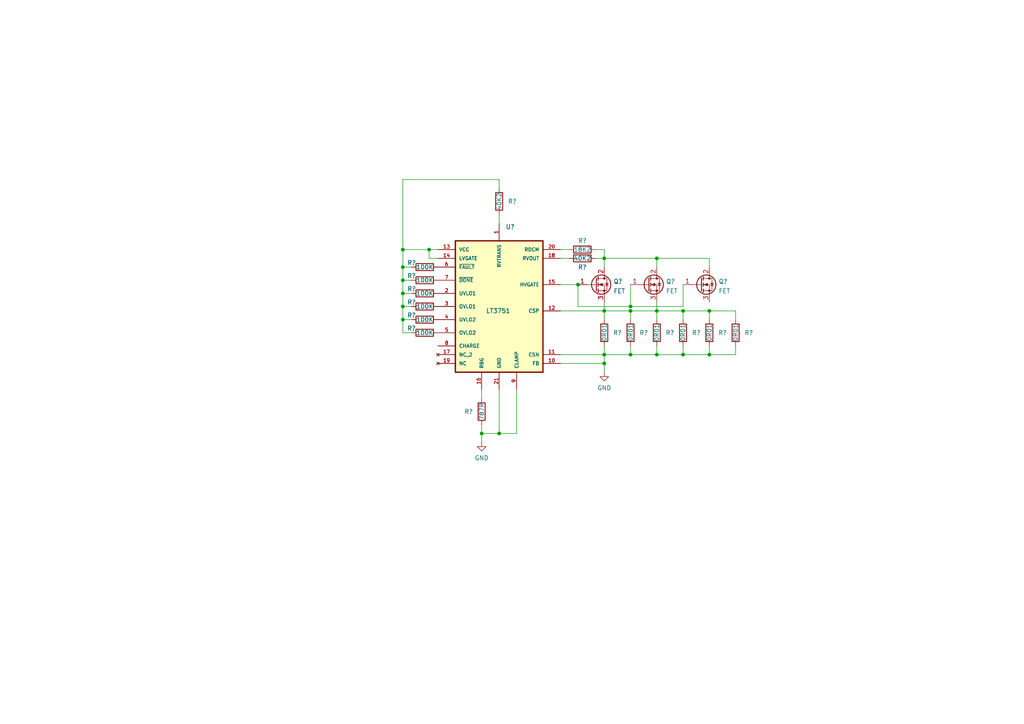
<source format=kicad_sch>
(kicad_sch (version 20211123) (generator eeschema)
  (paper "A4")
  (lib_symbols
    (symbol "Device:Q_NMOS_GDS" (pin_names (offset 0) hide)
      (property "Reference" "Q" (at 5.08 1.27 0))
      (property "Value" "Q_NMOS_GDS" (at 5.08 -1.27 0))
      (symbol "Q_NMOS_GDS_0_1"
        (polyline (pts (xy 0.254 0) (xy -2.54 0)))
        (polyline (pts (xy 0.254 1.905) (xy 0.254 -1.905)) (stroke (width 0.254)))
        (polyline (pts (xy 0.762 -1.27) (xy 0.762 -2.286)) (stroke (width 0.254)))
        (polyline (pts (xy 0.762 0.508) (xy 0.762 -0.508)) (stroke (width 0.254)))
        (polyline (pts (xy 0.762 2.286) (xy 0.762 1.27)) (stroke (width 0.254)))
        (polyline (pts (xy 2.54 2.54) (xy 2.54 1.778)))
        (polyline (pts (xy 2.54 -2.54) (xy 2.54 0) (xy 0.762 0)))
        (polyline (pts (xy 0.762 -1.778) (xy 3.302 -1.778) (xy 3.302 1.778) (xy 0.762 1.778)))
        (polyline (pts (xy 1.016 0) (xy 2.032 0.381) (xy 2.032 -0.381) (xy 1.016 0)) (fill (type outline)))
        (polyline (pts (xy 2.794 0.508) (xy 2.921 0.381) (xy 3.683 0.381) (xy 3.81 0.254)))
        (polyline (pts (xy 3.302 0.381) (xy 2.921 -0.254) (xy 3.683 -0.254) (xy 3.302 0.381)))
        (circle (center 1.651 0) (radius 2.794) (stroke (width 0.254)))
        (circle (center 2.54 -1.778) (radius 0.254) (fill (type outline)))
        (circle (center 2.54 1.778) (radius 0.254) (fill (type outline)))
      )
      (symbol "Q_NMOS_GDS_1_1"
        (pin input line (at -5.08 0 0) (length 2.54) (name "G") (number "1"))
        (pin passive line (at 2.54 5.08 270) (length 2.54) (name "D") (number "2"))
        (pin passive line (at 2.54 -5.08 90) (length 2.54) (name "S") (number "3"))
      )
    )
    (symbol "Device:R" (pin_numbers hide) (pin_names (offset 0))
      (property "Reference" "R" (at 2.032 0 90))
      (property "Value" "R" (at 0 0 90))
      (symbol "R_0_1"
        (rectangle (start -1.016 -2.54) (end 1.016 2.54) (stroke (width 0.254)))
      )
      (symbol "R_1_1"
        (pin passive line (at 0 3.81 270) (length 1.27) (name "~") (number "1"))
        (pin passive line (at 0 -3.81 90) (length 1.27) (name "~") (number "2"))
      )
    )
    (symbol "LT3751:LT3751IFEPBF" (pin_names (offset 1.016))
      (property "Reference" "U?" (at 1.8797 24.3627 0))
      (property "Value" "LT3751" (at -3.81 0 0))
      (symbol "LT3751IFEPBF_0_0"
        (rectangle (start -12.7 20.32) (end 12.7 -17.78) (stroke (width 0.4064)) (fill (type background)))
        (pin input line (at 0 25.4 270) (length 5.08) (name "RVTRANS") (number "1"))
        (pin input line (at 17.78 -15.24 180) (length 5.08) (name "FB") (number "10"))
        (pin input line (at 17.78 -12.7 180) (length 5.08) (name "CSN") (number "11"))
        (pin input line (at 17.78 0 180) (length 5.08) (name "CSP") (number "12"))
        (pin power_in line (at -17.78 17.78 0) (length 5.08) (name "VCC") (number "13"))
        (pin passive line (at -17.78 15.24 0) (length 5.08) (name "LVGATE") (number "14"))
        (pin passive line (at 17.78 7.62 180) (length 5.08) (name "HVGATE") (number "15"))
        (pin passive line (at -5.08 -22.86 90) (length 5.08) (name "RBG") (number "16"))
        (pin no_connect line (at -17.78 -12.7 0) (length 5.08) (name "NC_2") (number "17"))
        (pin input line (at 17.78 15.24 180) (length 5.08) (name "RVOUT") (number "18"))
        (pin no_connect line (at -17.78 -15.24 0) (length 5.08) (name "NC") (number "19"))
        (pin input line (at -17.78 5.08 0) (length 5.08) (name "UVLO1") (number "2"))
        (pin input line (at 17.78 17.78 180) (length 5.08) (name "RDCM") (number "20"))
        (pin passive line (at 0 -22.86 90) (length 5.08) (name "GND") (number "21"))
        (pin input line (at -17.78 1.27 0) (length 5.08) (name "OVLO1") (number "3"))
        (pin input line (at -17.78 -2.54 0) (length 5.08) (name "UVLO2") (number "4"))
        (pin input line (at -17.78 -6.35 0) (length 5.08) (name "OVLO2") (number "5"))
        (pin passive line (at -17.78 12.7 0) (length 5.08) (name "~{FAULT}") (number "6"))
        (pin passive line (at -17.78 8.89 0) (length 5.08) (name "~{DONE}") (number "7"))
        (pin input line (at -17.78 -10.16 0) (length 5.08) (name "CHARGE") (number "8"))
        (pin input line (at 5.08 -22.86 90) (length 5.08) (name "CLAMP") (number "9"))
      )
    )
    (symbol "power:GND" (power) (pin_names (offset 0))
      (property "Value" "GND" (at 0 -3.81 0))
      (symbol "GND_0_1"
        (polyline (pts (xy 0 0) (xy 0 -1.27) (xy 1.27 -1.27) (xy 0 -2.54) (xy -1.27 -1.27) (xy 0 -1.27)))
      )
      (symbol "GND_1_1"
        (pin power_in line (at 0 0 270) (length 0) hide (name "GND") (number "1"))
      )
    )
  )
  (junction (at 175.26 105.41))
  (junction (at 139.7 125.73))
  (junction (at 198.12 102.87))
  (junction (at 116.84 92.71))
  (junction (at 205.74 90.17))
  (junction (at 190.5 74.93))
  (junction (at 116.84 81.28))
  (junction (at 116.84 77.47))
  (junction (at 116.84 85.09))
  (junction (at 190.5 102.87))
  (junction (at 198.12 90.17))
  (junction (at 182.88 90.17))
  (junction (at 190.5 90.17))
  (junction (at 175.26 90.17))
  (junction (at 175.26 74.93))
  (junction (at 144.78 125.73))
  (junction (at 167.64 82.55))
  (junction (at 182.88 102.87))
  (junction (at 175.26 102.87))
  (junction (at 182.88 88.9))
  (junction (at 124.46 72.39))
  (junction (at 116.84 72.39))
  (junction (at 116.84 88.9))
  (junction (at 205.74 102.87))
  (wire (pts (xy 182.88 100.33) (xy 182.88 102.87)))
  (wire (pts (xy 198.12 88.9) (xy 198.12 82.55)))
  (wire (pts (xy 198.12 90.17) (xy 190.5 90.17)))
  (wire (pts (xy 172.72 72.39) (xy 175.26 72.39)))
  (wire (pts (xy 213.36 90.17) (xy 205.74 90.17)))
  (wire (pts (xy 139.7 123.19) (xy 139.7 125.73)))
  (wire (pts (xy 116.84 85.09) (xy 116.84 88.9)))
  (wire (pts (xy 116.84 52.07) (xy 116.84 72.39)))
  (wire (pts (xy 119.38 92.71) (xy 116.84 92.71)))
  (wire (pts (xy 175.26 105.41) (xy 175.26 107.95)))
  (wire (pts (xy 198.12 102.87) (xy 205.74 102.87)))
  (wire (pts (xy 119.38 85.09) (xy 116.84 85.09)))
  (wire (pts (xy 124.46 72.39) (xy 127 72.39)))
  (wire (pts (xy 190.5 90.17) (xy 182.88 90.17)))
  (wire (pts (xy 182.88 88.9) (xy 198.12 88.9)))
  (wire (pts (xy 175.26 74.93) (xy 190.5 74.93)))
  (wire (pts (xy 116.84 72.39) (xy 116.84 77.47)))
  (wire (pts (xy 205.74 74.93) (xy 205.74 77.47)))
  (wire (pts (xy 162.56 102.87) (xy 175.26 102.87)))
  (wire (pts (xy 119.38 81.28) (xy 116.84 81.28)))
  (wire (pts (xy 119.38 77.47) (xy 116.84 77.47)))
  (wire (pts (xy 175.26 102.87) (xy 182.88 102.87)))
  (wire (pts (xy 119.38 88.9) (xy 116.84 88.9)))
  (wire (pts (xy 162.56 105.41) (xy 175.26 105.41)))
  (wire (pts (xy 116.84 72.39) (xy 124.46 72.39)))
  (wire (pts (xy 175.26 90.17) (xy 175.26 87.63)))
  (wire (pts (xy 116.84 92.71) (xy 116.84 96.52)))
  (wire (pts (xy 175.26 90.17) (xy 175.26 92.71)))
  (wire (pts (xy 172.72 74.93) (xy 175.26 74.93)))
  (wire (pts (xy 182.88 88.9) (xy 182.88 82.55)))
  (wire (pts (xy 127 74.93) (xy 124.46 74.93)))
  (wire (pts (xy 175.26 102.87) (xy 175.26 100.33)))
  (wire (pts (xy 162.56 90.17) (xy 175.26 90.17)))
  (wire (pts (xy 162.56 72.39) (xy 165.1 72.39)))
  (wire (pts (xy 190.5 74.93) (xy 205.74 74.93)))
  (wire (pts (xy 167.64 88.9) (xy 182.88 88.9)))
  (wire (pts (xy 213.36 92.71) (xy 213.36 90.17)))
  (wire (pts (xy 116.84 77.47) (xy 116.84 81.28)))
  (wire (pts (xy 205.74 100.33) (xy 205.74 102.87)))
  (wire (pts (xy 205.74 90.17) (xy 205.74 92.71)))
  (wire (pts (xy 213.36 102.87) (xy 213.36 100.33)))
  (wire (pts (xy 144.78 113.03) (xy 144.78 125.73)))
  (wire (pts (xy 139.7 125.73) (xy 139.7 128.27)))
  (wire (pts (xy 175.26 102.87) (xy 175.26 105.41)))
  (wire (pts (xy 190.5 100.33) (xy 190.5 102.87)))
  (wire (pts (xy 149.86 125.73) (xy 144.78 125.73)))
  (wire (pts (xy 190.5 87.63) (xy 190.5 90.17)))
  (wire (pts (xy 119.38 96.52) (xy 116.84 96.52)))
  (wire (pts (xy 116.84 81.28) (xy 116.84 85.09)))
  (wire (pts (xy 162.56 82.55) (xy 167.64 82.55)))
  (wire (pts (xy 116.84 88.9) (xy 116.84 92.71)))
  (wire (pts (xy 198.12 90.17) (xy 198.12 92.71)))
  (wire (pts (xy 205.74 90.17) (xy 198.12 90.17)))
  (wire (pts (xy 116.84 52.07) (xy 144.78 52.07)))
  (wire (pts (xy 162.56 74.93) (xy 165.1 74.93)))
  (wire (pts (xy 190.5 74.93) (xy 190.5 77.47)))
  (wire (pts (xy 167.64 82.55) (xy 167.64 88.9)))
  (wire (pts (xy 205.74 102.87) (xy 213.36 102.87)))
  (wire (pts (xy 190.5 90.17) (xy 190.5 92.71)))
  (wire (pts (xy 198.12 100.33) (xy 198.12 102.87)))
  (wire (pts (xy 175.26 72.39) (xy 175.26 74.93)))
  (wire (pts (xy 182.88 102.87) (xy 190.5 102.87)))
  (wire (pts (xy 190.5 102.87) (xy 198.12 102.87)))
  (wire (pts (xy 139.7 113.03) (xy 139.7 115.57)))
  (wire (pts (xy 144.78 52.07) (xy 144.78 54.61)))
  (wire (pts (xy 175.26 74.93) (xy 175.26 77.47)))
  (wire (pts (xy 182.88 90.17) (xy 175.26 90.17)))
  (wire (pts (xy 144.78 125.73) (xy 139.7 125.73)))
  (wire (pts (xy 144.78 62.23) (xy 144.78 64.77)))
  (wire (pts (xy 182.88 90.17) (xy 182.88 92.71)))
  (wire (pts (xy 149.86 113.03) (xy 149.86 125.73)))
  (wire (pts (xy 124.46 74.93) (xy 124.46 72.39)))
  (symbol (lib_id "power:GND") (at 175.26 107.95 0) (unit 1)
    (property "Reference" "#PWR?" (effects hide))
    (property "Value" "GND" (at 175.26 112.5125 0))
  )
  (symbol (lib_id "Device:R") (at 182.88 96.52 0) (unit 1)
    (property "Reference" "R?" (at 185.42 96.52 0) (effects (justify left)))
    (property "Value" "0R01" (at 182.88 99.06 90) (effects (justify left)))
  )
  (symbol (lib_id "Device:R") (at 205.74 96.52 0) (unit 1)
    (property "Reference" "R?" (at 208.28 96.52 0) (effects (justify left)))
    (property "Value" "0R01" (at 205.74 99.06 90) (effects (justify left)))
  )
  (symbol (lib_id "Device:R") (at 139.7 119.38 0) (unit 1)
    (property "Reference" "R?" (at 134.62 119.38 0) (effects (justify left)))
    (property "Value" "787R" (at 139.7 121.92 90) (effects (justify left)))
  )
  (symbol (lib_id "Device:R") (at 213.36 96.52 0) (unit 1)
    (property "Reference" "R?" (at 215.9 96.52 0) (effects (justify left)))
    (property "Value" "0R01" (at 213.36 99.06 90) (effects (justify left)))
  )
  (symbol (lib_id "power:GND") (at 139.7 128.27 0) (unit 1)
    (property "Reference" "#PWR?" (effects hide))
    (property "Value" "GND" (at 139.7 132.8325 0))
  )
  (symbol (lib_id "Device:R") (at 123.19 77.47 90) (unit 1)
    (property "Reference" "R?" (at 119.38 76.2 90))
    (property "Value" "100K" (at 123.19 77.47 90))
  )
  (symbol (lib_id "Device:Q_NMOS_GDS") (at 172.72 82.55 0) (unit 1)
    (property "Reference" "Q?" (at 177.927 81.6415 0) (effects (justify left)))
    (property "Value" "FET" (at 177.927 84.4166 0) (effects (justify left)))
  )
  (symbol (lib_id "Device:R") (at 190.5 96.52 0) (unit 1)
    (property "Reference" "R?" (at 193.04 96.52 0) (effects (justify left)))
    (property "Value" "0R01" (at 190.5 99.06 90) (effects (justify left)))
  )
  (symbol (lib_id "Device:R") (at 123.19 88.9 90) (unit 1)
    (property "Reference" "R?" (at 119.38 87.63 90))
    (property "Value" "100K" (at 123.19 88.9 90))
  )
  (symbol (lib_id "Device:Q_NMOS_GDS") (at 203.2 82.55 0) (unit 1)
    (property "Reference" "Q?" (at 208.407 81.6415 0) (effects (justify left)))
    (property "Value" "FET" (at 208.407 84.4166 0) (effects (justify left)))
  )
  (symbol (lib_id "Device:R") (at 198.12 96.52 0) (unit 1)
    (property "Reference" "R?" (at 200.66 96.52 0) (effects (justify left)))
    (property "Value" "0R01" (at 198.12 99.06 90) (effects (justify left)))
  )
  (symbol (lib_id "Device:R") (at 123.19 81.28 90) (unit 1)
    (property "Reference" "R?" (at 119.38 80.01 90))
    (property "Value" "100K" (at 123.19 81.28 90))
  )
  (symbol (lib_id "Device:R") (at 168.91 72.39 90) (unit 1)
    (property "Reference" "R?" (at 168.91 69.85 90))
    (property "Value" "18K2" (at 168.91 72.39 90))
  )
  (symbol (lib_id "Device:R") (at 123.19 85.09 90) (unit 1)
    (property "Reference" "R?" (at 119.38 83.82 90))
    (property "Value" "100K" (at 123.19 85.09 90))
  )
  (symbol (lib_id "Device:Q_NMOS_GDS") (at 187.96 82.55 0) (unit 1)
    (property "Reference" "Q?" (at 193.167 81.6415 0) (effects (justify left)))
    (property "Value" "FET" (at 193.167 84.4166 0) (effects (justify left)))
  )
  (symbol (lib_id "Device:R") (at 123.19 92.71 90) (unit 1)
    (property "Reference" "R?" (at 119.38 91.44 90))
    (property "Value" "100K" (at 123.19 92.71 90))
  )
  (symbol (lib_id "Device:R") (at 123.19 96.52 90) (unit 1)
    (property "Reference" "R?" (at 119.38 95.25 90))
    (property "Value" "100K" (at 123.19 96.52 90))
  )
  (symbol (lib_id "Device:R") (at 144.78 58.42 180) (unit 1)
    (property "Reference" "R?" (at 148.59 58.42 0))
    (property "Value" "40K2" (at 144.78 58.42 90))
  )
  (symbol (lib_id "Device:R") (at 168.91 74.93 90) (unit 1)
    (property "Reference" "R?" (at 168.91 77.47 90))
    (property "Value" "40K2" (at 168.91 74.93 90))
  )
  (symbol (lib_id "LT3751:LT3751IFEPBF") (at 144.78 90.17 0) (unit 1)
    (property "Reference" "U?" (at 146.6597 65.8073 0) (effects (justify left)))
    (property "Value" "LT3751" (at 140.97 90.17 0) (effects (justify left)))
    (property "Footprint" "SOP65P640X120-21N" (effects hide))
    (property "SUPPLIER" "Linear Technology" (effects hide))
    (property "MPN" "LT3751IFE#PBF" (effects hide))
    (property "OC_FARNELL" "-" (effects hide))
    (property "OC_NEWARK" "05R7695" (effects hide))
    (property "PACKAGE" "TSSOP-20" (effects hide))
  )
  (symbol (lib_id "Device:R") (at 175.26 96.52 0) (unit 1)
    (property "Reference" "R?" (at 177.8 96.52 0) (effects (justify left)))
    (property "Value" "0R01" (at 175.26 99.06 90) (effects (justify left)))
  )
)
</source>
